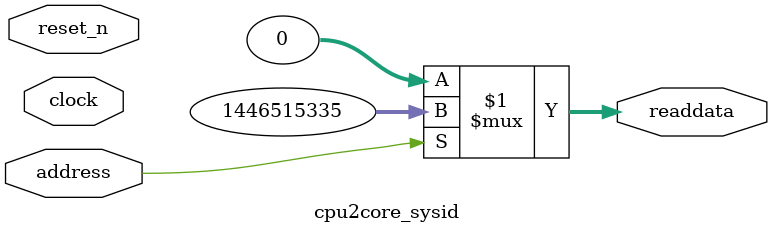
<source format=v>

`timescale 1ns / 1ps
// synthesis translate_on

// turn off superfluous verilog processor warnings 
// altera message_level Level1 
// altera message_off 10034 10035 10036 10037 10230 10240 10030 

module cpu2core_sysid (
               // inputs:
                address,
                clock,
                reset_n,

               // outputs:
                readdata
             )
;

  output  [ 31: 0] readdata;
  input            address;
  input            clock;
  input            reset_n;

  wire    [ 31: 0] readdata;
  //control_slave, which is an e_avalon_slave
  assign readdata = address ? 1446515335 : 0;

endmodule




</source>
